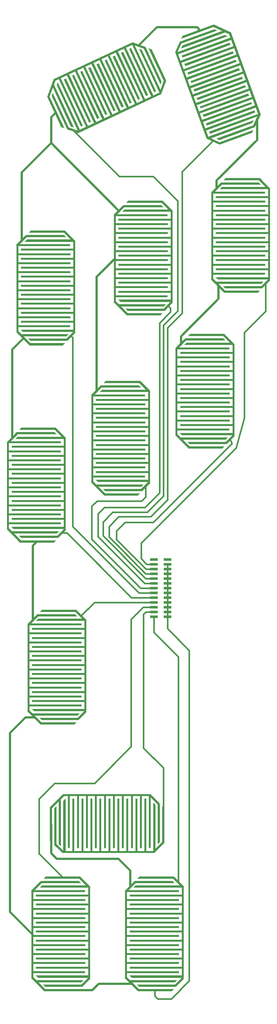
<source format=gbr>
G04 #@! TF.FileFunction,Copper,L1,Top,Signal*
%FSLAX46Y46*%
G04 Gerber Fmt 4.6, Leading zero omitted, Abs format (unit mm)*
G04 Created by KiCad (PCBNEW 4.0.6) date 04/30/18 13:43:07*
%MOMM*%
%LPD*%
G01*
G04 APERTURE LIST*
%ADD10C,0.100000*%
%ADD11R,14.500000X0.600000*%
%ADD12R,0.600000X24.550000*%
%ADD13R,14.000000X0.600000*%
%ADD14R,0.600000X23.250000*%
%ADD15R,0.600000X14.500000*%
%ADD16R,24.550000X0.600000*%
%ADD17R,0.600000X14.000000*%
%ADD18R,23.250000X0.600000*%
%ADD19R,2.100000X0.750000*%
%ADD20C,0.450000*%
%ADD21C,0.600000*%
G04 APERTURE END LIST*
D10*
G36*
X87217527Y-65494224D02*
X96990331Y-61937214D01*
X96631727Y-62706242D01*
X87986555Y-65852827D01*
X87217527Y-65494224D01*
X87217527Y-65494224D01*
G37*
G36*
X84517294Y-63923002D02*
X97109176Y-59339932D01*
X96750572Y-60108960D01*
X85286322Y-64281606D01*
X84517294Y-63923002D01*
X84517294Y-63923002D01*
G37*
G36*
X83649461Y-61684840D02*
X97275004Y-56725548D01*
X97480217Y-57289364D01*
X83854674Y-62248656D01*
X83649461Y-61684840D01*
X83649461Y-61684840D01*
G37*
G36*
X90092581Y-36992003D02*
X76420053Y-41968396D01*
X76778657Y-41199369D01*
X89323553Y-36633400D01*
X90092581Y-36992003D01*
X90092581Y-36992003D01*
G37*
G36*
X80366067Y-52663791D02*
X93991610Y-47704499D01*
X94196823Y-48268315D01*
X80571280Y-53227607D01*
X80366067Y-52663791D01*
X80366067Y-52663791D01*
G37*
G36*
X81186916Y-54919054D02*
X94812459Y-49959762D01*
X95017672Y-50523578D01*
X81392129Y-55482870D01*
X81186916Y-54919054D01*
X81186916Y-54919054D01*
G37*
G36*
X82828612Y-59429578D02*
X96454155Y-54470286D01*
X96659368Y-55034102D01*
X83033825Y-59993394D01*
X82828612Y-59429578D01*
X82828612Y-59429578D01*
G37*
G36*
X82007764Y-57174316D02*
X95633307Y-52215024D01*
X95838520Y-52778840D01*
X82212977Y-57738132D01*
X82007764Y-57174316D01*
X82007764Y-57174316D01*
G37*
G36*
X78724371Y-48153267D02*
X92349914Y-43193975D01*
X92555127Y-43757791D01*
X78929584Y-48717083D01*
X78724371Y-48153267D01*
X78724371Y-48153267D01*
G37*
G36*
X79545219Y-50408529D02*
X93170762Y-45449237D01*
X93375975Y-46013053D01*
X79750432Y-50972345D01*
X79545219Y-50408529D01*
X79545219Y-50408529D01*
G37*
G36*
X77903522Y-45898004D02*
X91529065Y-40938712D01*
X91734278Y-41502528D01*
X78108735Y-46461820D01*
X77903522Y-45898004D01*
X77903522Y-45898004D01*
G37*
G36*
X77082674Y-43642742D02*
X90708217Y-38683450D01*
X90913430Y-39247266D01*
X77287887Y-44206558D01*
X77082674Y-43642742D01*
X77082674Y-43642742D01*
G37*
G36*
X87788485Y-65759891D02*
X84525777Y-64238465D01*
X84779347Y-63694681D01*
X88042055Y-65216107D01*
X87788485Y-65759891D01*
X87788485Y-65759891D01*
G37*
G36*
X85089746Y-64033900D02*
X84525930Y-64239112D01*
X76129336Y-41169658D01*
X76693152Y-40964446D01*
X85089746Y-64033900D01*
X85089746Y-64033900D01*
G37*
G36*
X77868512Y-38859430D02*
X76672925Y-41423375D01*
X76129140Y-41169804D01*
X77324727Y-38605859D01*
X77868512Y-38859430D01*
X77868512Y-38859430D01*
G37*
G36*
X87392347Y-35420782D02*
X77055729Y-39183004D01*
X77414332Y-38413976D01*
X86623320Y-35062179D01*
X87392347Y-35420782D01*
X87392347Y-35420782D01*
G37*
G36*
X85234502Y-62384946D02*
X98390198Y-57596664D01*
X98595410Y-58160480D01*
X85439714Y-62948762D01*
X85234502Y-62384946D01*
X85234502Y-62384946D01*
G37*
G36*
X82724971Y-55636260D02*
X96350514Y-50676968D01*
X96555727Y-51240784D01*
X82930184Y-56200076D01*
X82724971Y-55636260D01*
X82724971Y-55636260D01*
G37*
G36*
X83545819Y-57891523D02*
X97171362Y-52932231D01*
X97376575Y-53496047D01*
X83751032Y-58455339D01*
X83545819Y-57891523D01*
X83545819Y-57891523D01*
G37*
G36*
X84366668Y-60146785D02*
X97992211Y-55187493D01*
X98197424Y-55751309D01*
X84571881Y-60710601D01*
X84366668Y-60146785D01*
X84366668Y-60146785D01*
G37*
G36*
X81904123Y-53380998D02*
X95529666Y-48421706D01*
X95734879Y-48985522D01*
X82109336Y-53944814D01*
X81904123Y-53380998D01*
X81904123Y-53380998D01*
G37*
G36*
X81083274Y-51125736D02*
X94708817Y-46166444D01*
X94914030Y-46730260D01*
X81288487Y-51689552D01*
X81083274Y-51125736D01*
X81083274Y-51125736D01*
G37*
G36*
X80262426Y-48870474D02*
X93887969Y-43911182D01*
X94093182Y-44474998D01*
X80467639Y-49434290D01*
X80262426Y-48870474D01*
X80262426Y-48870474D01*
G37*
G36*
X79441578Y-46615211D02*
X93067121Y-41655919D01*
X93272334Y-42219735D01*
X79646791Y-47179027D01*
X79441578Y-46615211D01*
X79441578Y-46615211D01*
G37*
G36*
X78620729Y-44359949D02*
X92246272Y-39400657D01*
X92451485Y-39964473D01*
X78825942Y-44923765D01*
X78620729Y-44359949D01*
X78620729Y-44359949D01*
G37*
G36*
X91207774Y-37863120D02*
X78052078Y-42651402D01*
X77846866Y-42087586D01*
X91002562Y-37299304D01*
X91207774Y-37863120D01*
X91207774Y-37863120D01*
G37*
G36*
X89541204Y-35915676D02*
X77701077Y-40225130D01*
X78059680Y-39456102D01*
X88772176Y-35557072D01*
X89541204Y-35915676D01*
X89541204Y-35915676D01*
G37*
G36*
X87112503Y-64255437D02*
X97778015Y-60373508D01*
X97419411Y-61142536D01*
X87881531Y-64614040D01*
X87112503Y-64255437D01*
X87112503Y-64255437D01*
G37*
G36*
X96985975Y-60651091D02*
X98422877Y-57569644D01*
X98966661Y-57823215D01*
X97529759Y-60904662D01*
X96985975Y-60651091D01*
X96985975Y-60651091D01*
G37*
G36*
X90457576Y-36167440D02*
X91021392Y-35962228D01*
X98973360Y-57810082D01*
X98409544Y-58015294D01*
X90457576Y-36167440D01*
X90457576Y-36167440D01*
G37*
G36*
X87235641Y-34200805D02*
X77744745Y-37655209D01*
X78103349Y-36886181D01*
X86466613Y-33842202D01*
X87235641Y-34200805D01*
X87235641Y-34200805D01*
G37*
G36*
X86496383Y-33852757D02*
X91027922Y-35965848D01*
X90774351Y-36509633D01*
X86242812Y-34396542D01*
X86496383Y-33852757D01*
X86496383Y-33852757D01*
G37*
G36*
X73469499Y-49603110D02*
X69074269Y-40177509D01*
X69871624Y-40467723D01*
X73759712Y-48805754D01*
X73469499Y-49603110D01*
X73469499Y-49603110D01*
G37*
G36*
X72139597Y-52430010D02*
X66476512Y-40285485D01*
X67273868Y-40575699D01*
X72429811Y-51632654D01*
X72139597Y-52430010D01*
X72139597Y-52430010D01*
G37*
G36*
X69985589Y-53489609D02*
X63857624Y-40348146D01*
X64401409Y-40094575D01*
X70529374Y-53236038D01*
X69985589Y-53489609D01*
X69985589Y-53489609D01*
G37*
G36*
X44825160Y-49223129D02*
X50974256Y-62409908D01*
X50176901Y-62119694D01*
X44534947Y-50020485D01*
X44825160Y-49223129D01*
X44825160Y-49223129D01*
G37*
G36*
X61285034Y-57546744D02*
X55157069Y-44405281D01*
X55700854Y-44151710D01*
X61828819Y-57293173D01*
X61285034Y-57546744D01*
X61285034Y-57546744D01*
G37*
G36*
X63460173Y-56532460D02*
X57332208Y-43390997D01*
X57875993Y-43137426D01*
X64003958Y-56278889D01*
X63460173Y-56532460D01*
X63460173Y-56532460D01*
G37*
G36*
X67810450Y-54503892D02*
X61682485Y-41362429D01*
X62226270Y-41108858D01*
X68354235Y-54250321D01*
X67810450Y-54503892D01*
X67810450Y-54503892D01*
G37*
G36*
X65635311Y-55518176D02*
X59507346Y-42376713D01*
X60051131Y-42123142D01*
X66179096Y-55264605D01*
X65635311Y-55518176D01*
X65635311Y-55518176D01*
G37*
G36*
X56934757Y-59575312D02*
X50806792Y-46433849D01*
X51350577Y-46180278D01*
X57478542Y-59321741D01*
X56934757Y-59575312D01*
X56934757Y-59575312D01*
G37*
G36*
X59109895Y-58561028D02*
X52981930Y-45419565D01*
X53525715Y-45165994D01*
X59653680Y-58307457D01*
X59109895Y-58561028D01*
X59109895Y-58561028D01*
G37*
G36*
X54759618Y-60589595D02*
X48631653Y-47448132D01*
X49175438Y-47194561D01*
X55303403Y-60336024D01*
X54759618Y-60589595D01*
X54759618Y-60589595D01*
G37*
G36*
X52584479Y-61603879D02*
X46456514Y-48462416D01*
X47000299Y-48208845D01*
X53128264Y-61350308D01*
X52584479Y-61603879D01*
X52584479Y-61603879D01*
G37*
G36*
X73684393Y-49011171D02*
X72453121Y-52394065D01*
X71889305Y-52188853D01*
X73120577Y-48805959D01*
X73684393Y-49011171D01*
X73684393Y-49011171D01*
G37*
G36*
X72200180Y-51850070D02*
X72453751Y-52393854D01*
X50203894Y-62769132D01*
X49950323Y-62225348D01*
X72200180Y-51850070D01*
X72200180Y-51850070D01*
G37*
G36*
X47750879Y-61237925D02*
X50409269Y-62205500D01*
X50204057Y-62769315D01*
X47545667Y-61801740D01*
X47750879Y-61237925D01*
X47750879Y-61237925D01*
G37*
G36*
X43495258Y-52050029D02*
X48144059Y-62019414D01*
X47346703Y-61729201D01*
X43205044Y-52847384D01*
X43495258Y-52050029D01*
X43495258Y-52050029D01*
G37*
G36*
X70544885Y-51849582D02*
X64628230Y-39161273D01*
X65172015Y-38907702D01*
X71088670Y-51596011D01*
X70544885Y-51849582D01*
X70544885Y-51849582D01*
G37*
G36*
X64040600Y-54937749D02*
X57912635Y-41796286D01*
X58456420Y-41542715D01*
X64584385Y-54684178D01*
X64040600Y-54937749D01*
X64040600Y-54937749D01*
G37*
G36*
X66215739Y-53923465D02*
X60087774Y-40782002D01*
X60631559Y-40528431D01*
X66759524Y-53669894D01*
X66215739Y-53923465D01*
X66215739Y-53923465D01*
G37*
G36*
X68390877Y-52909181D02*
X62262912Y-39767718D01*
X62806697Y-39514147D01*
X68934662Y-52655610D01*
X68390877Y-52909181D01*
X68390877Y-52909181D01*
G37*
G36*
X61865461Y-55952033D02*
X55737496Y-42810570D01*
X56281281Y-42556999D01*
X62409246Y-55698462D01*
X61865461Y-55952033D01*
X61865461Y-55952033D01*
G37*
G36*
X59690323Y-56966316D02*
X53562358Y-43824853D01*
X54106143Y-43571282D01*
X60234108Y-56712745D01*
X59690323Y-56966316D01*
X59690323Y-56966316D01*
G37*
G36*
X57515184Y-57980600D02*
X51387219Y-44839137D01*
X51931004Y-44585566D01*
X58058969Y-57727029D01*
X57515184Y-57980600D01*
X57515184Y-57980600D01*
G37*
G36*
X55340045Y-58994884D02*
X49212080Y-45853421D01*
X49755865Y-45599850D01*
X55883830Y-58741313D01*
X55340045Y-58994884D01*
X55340045Y-58994884D01*
G37*
G36*
X53164907Y-60009168D02*
X47036942Y-46867705D01*
X47580727Y-46614134D01*
X53708692Y-59755597D01*
X53164907Y-60009168D01*
X53164907Y-60009168D01*
G37*
G36*
X45595767Y-48036256D02*
X51512422Y-60724565D01*
X50968637Y-60978136D01*
X45051982Y-48289827D01*
X45595767Y-48036256D01*
X45595767Y-48036256D01*
G37*
G36*
X43800984Y-49866217D02*
X49125974Y-61285696D01*
X48328619Y-60995482D01*
X43510771Y-50663573D01*
X43800984Y-49866217D01*
X43800984Y-49866217D01*
G37*
G36*
X72244578Y-49815702D02*
X67447861Y-39529109D01*
X68245217Y-39819323D01*
X72534792Y-49018347D01*
X72244578Y-49815702D01*
X72244578Y-49815702D01*
G37*
G36*
X67793419Y-40293942D02*
X64598465Y-39131074D01*
X64803677Y-38567258D01*
X67998631Y-39730126D01*
X67793419Y-40293942D01*
X67793419Y-40293942D01*
G37*
G36*
X43971924Y-48931389D02*
X43718353Y-48387604D01*
X64790010Y-38561729D01*
X65043581Y-39105514D01*
X43971924Y-48931389D01*
X43971924Y-48931389D01*
G37*
G36*
X42293582Y-52312467D02*
X46562027Y-61466176D01*
X45764671Y-61175962D01*
X42003368Y-53109823D01*
X42293582Y-52312467D01*
X42293582Y-52312467D01*
G37*
G36*
X42011289Y-53079246D02*
X43721390Y-48380782D01*
X44285205Y-48585994D01*
X42575104Y-53284458D01*
X42011289Y-53079246D01*
X42011289Y-53079246D01*
G37*
G36*
X99400000Y-75300000D02*
X89000000Y-75300000D01*
X89600000Y-74700000D01*
X98800000Y-74700000D01*
X99400000Y-75300000D01*
X99400000Y-75300000D01*
G37*
G36*
X101400000Y-77700000D02*
X88000000Y-77700000D01*
X88600000Y-77100000D01*
X100800000Y-77100000D01*
X101400000Y-77700000D01*
X101400000Y-77700000D01*
G37*
D11*
X94200000Y-79800000D03*
D10*
G36*
X86950000Y-101100000D02*
X101500000Y-101100000D01*
X100900000Y-101700000D01*
X87550000Y-101700000D01*
X86950000Y-101100000D01*
X86950000Y-101100000D01*
G37*
D11*
X94200000Y-89400000D03*
X94200000Y-87000000D03*
X94200000Y-82200000D03*
X94200000Y-84600000D03*
X94200000Y-94200000D03*
X94200000Y-91800000D03*
X94200000Y-96600000D03*
X94200000Y-99000000D03*
D10*
G36*
X98954340Y-74855076D02*
X101499924Y-77400660D01*
X101075660Y-77824924D01*
X98530076Y-75279340D01*
X98954340Y-74855076D01*
X98954340Y-74855076D01*
G37*
D12*
X101200000Y-89675000D03*
D10*
G36*
X99075565Y-103526071D02*
X101075971Y-101525665D01*
X101500235Y-101949929D01*
X99499829Y-103950335D01*
X99075565Y-103526071D01*
X99075565Y-103526071D01*
G37*
G36*
X88950000Y-103500000D02*
X99950000Y-103500000D01*
X99350000Y-104100000D01*
X89550000Y-104100000D01*
X88950000Y-103500000D01*
X88950000Y-103500000D01*
G37*
D13*
X93200000Y-78600000D03*
D11*
X93000000Y-85800000D03*
X93000000Y-83400000D03*
X93000000Y-81000000D03*
X93000000Y-88200000D03*
X93000000Y-90600000D03*
X93000000Y-93000000D03*
X93000000Y-95400000D03*
X93000000Y-97800000D03*
D13*
X93200000Y-100200000D03*
D10*
G36*
X87100000Y-102300000D02*
X99700000Y-102300000D01*
X99100000Y-102900000D01*
X87700000Y-102900000D01*
X87100000Y-102300000D01*
X87100000Y-102300000D01*
G37*
G36*
X99075000Y-76500000D02*
X87725000Y-76500000D01*
X88325000Y-75900000D01*
X98475000Y-75900000D01*
X99075000Y-76500000D01*
X99075000Y-76500000D01*
G37*
G36*
X88564214Y-76510051D02*
X86160051Y-78914214D01*
X85735786Y-78489949D01*
X88139949Y-76085786D01*
X88564214Y-76510051D01*
X88564214Y-76510051D01*
G37*
D14*
X86025000Y-90125000D03*
D10*
G36*
X88680000Y-104700000D02*
X98780000Y-104700000D01*
X98180000Y-105300000D01*
X89280000Y-105300000D01*
X88680000Y-104700000D01*
X88680000Y-104700000D01*
G37*
G36*
X89255635Y-105279899D02*
X85720101Y-101744365D01*
X86144365Y-101320101D01*
X89679899Y-104855635D01*
X89255635Y-105279899D01*
X89255635Y-105279899D01*
G37*
G36*
X73400000Y-81300000D02*
X63000000Y-81300000D01*
X63600000Y-80700000D01*
X72800000Y-80700000D01*
X73400000Y-81300000D01*
X73400000Y-81300000D01*
G37*
G36*
X75400000Y-83700000D02*
X62000000Y-83700000D01*
X62600000Y-83100000D01*
X74800000Y-83100000D01*
X75400000Y-83700000D01*
X75400000Y-83700000D01*
G37*
D11*
X68200000Y-85800000D03*
D10*
G36*
X60950000Y-107100000D02*
X75500000Y-107100000D01*
X74900000Y-107700000D01*
X61550000Y-107700000D01*
X60950000Y-107100000D01*
X60950000Y-107100000D01*
G37*
D11*
X68200000Y-95400000D03*
X68200000Y-93000000D03*
X68200000Y-88200000D03*
X68200000Y-90600000D03*
X68200000Y-100200000D03*
X68200000Y-97800000D03*
X68200000Y-102600000D03*
X68200000Y-105000000D03*
D10*
G36*
X72954340Y-80855076D02*
X75499924Y-83400660D01*
X75075660Y-83824924D01*
X72530076Y-81279340D01*
X72954340Y-80855076D01*
X72954340Y-80855076D01*
G37*
D12*
X75200000Y-95675000D03*
D10*
G36*
X73075565Y-109526071D02*
X75075971Y-107525665D01*
X75500235Y-107949929D01*
X73499829Y-109950335D01*
X73075565Y-109526071D01*
X73075565Y-109526071D01*
G37*
G36*
X62950000Y-109500000D02*
X73950000Y-109500000D01*
X73350000Y-110100000D01*
X63550000Y-110100000D01*
X62950000Y-109500000D01*
X62950000Y-109500000D01*
G37*
D13*
X67200000Y-84600000D03*
D11*
X67000000Y-91800000D03*
X67000000Y-89400000D03*
X67000000Y-87000000D03*
X67000000Y-94200000D03*
X67000000Y-96600000D03*
X67000000Y-99000000D03*
X67000000Y-101400000D03*
X67000000Y-103800000D03*
D13*
X67200000Y-106200000D03*
D10*
G36*
X61100000Y-108300000D02*
X73700000Y-108300000D01*
X73100000Y-108900000D01*
X61700000Y-108900000D01*
X61100000Y-108300000D01*
X61100000Y-108300000D01*
G37*
G36*
X73075000Y-82500000D02*
X61725000Y-82500000D01*
X62325000Y-81900000D01*
X72475000Y-81900000D01*
X73075000Y-82500000D01*
X73075000Y-82500000D01*
G37*
G36*
X62564214Y-82510051D02*
X60160051Y-84914214D01*
X59735786Y-84489949D01*
X62139949Y-82085786D01*
X62564214Y-82510051D01*
X62564214Y-82510051D01*
G37*
D14*
X60025000Y-96125000D03*
D10*
G36*
X62680000Y-110700000D02*
X72780000Y-110700000D01*
X72180000Y-111300000D01*
X63280000Y-111300000D01*
X62680000Y-110700000D01*
X62680000Y-110700000D01*
G37*
G36*
X63255635Y-111279899D02*
X59720101Y-107744365D01*
X60144365Y-107320101D01*
X63679899Y-110855635D01*
X63255635Y-111279899D01*
X63255635Y-111279899D01*
G37*
G36*
X47400000Y-89300000D02*
X37000000Y-89300000D01*
X37600000Y-88700000D01*
X46800000Y-88700000D01*
X47400000Y-89300000D01*
X47400000Y-89300000D01*
G37*
G36*
X49400000Y-91700000D02*
X36000000Y-91700000D01*
X36600000Y-91100000D01*
X48800000Y-91100000D01*
X49400000Y-91700000D01*
X49400000Y-91700000D01*
G37*
D11*
X42200000Y-93800000D03*
D10*
G36*
X34950000Y-115100000D02*
X49500000Y-115100000D01*
X48900000Y-115700000D01*
X35550000Y-115700000D01*
X34950000Y-115100000D01*
X34950000Y-115100000D01*
G37*
D11*
X42200000Y-103400000D03*
X42200000Y-101000000D03*
X42200000Y-96200000D03*
X42200000Y-98600000D03*
X42200000Y-108200000D03*
X42200000Y-105800000D03*
X42200000Y-110600000D03*
X42200000Y-113000000D03*
D10*
G36*
X46954340Y-88855076D02*
X49499924Y-91400660D01*
X49075660Y-91824924D01*
X46530076Y-89279340D01*
X46954340Y-88855076D01*
X46954340Y-88855076D01*
G37*
D12*
X49200000Y-103675000D03*
D10*
G36*
X47075565Y-117526071D02*
X49075971Y-115525665D01*
X49500235Y-115949929D01*
X47499829Y-117950335D01*
X47075565Y-117526071D01*
X47075565Y-117526071D01*
G37*
G36*
X36950000Y-117500000D02*
X47950000Y-117500000D01*
X47350000Y-118100000D01*
X37550000Y-118100000D01*
X36950000Y-117500000D01*
X36950000Y-117500000D01*
G37*
D13*
X41200000Y-92600000D03*
D11*
X41000000Y-99800000D03*
X41000000Y-97400000D03*
X41000000Y-95000000D03*
X41000000Y-102200000D03*
X41000000Y-104600000D03*
X41000000Y-107000000D03*
X41000000Y-109400000D03*
X41000000Y-111800000D03*
D13*
X41200000Y-114200000D03*
D10*
G36*
X35100000Y-116300000D02*
X47700000Y-116300000D01*
X47100000Y-116900000D01*
X35700000Y-116900000D01*
X35100000Y-116300000D01*
X35100000Y-116300000D01*
G37*
G36*
X47075000Y-90500000D02*
X35725000Y-90500000D01*
X36325000Y-89900000D01*
X46475000Y-89900000D01*
X47075000Y-90500000D01*
X47075000Y-90500000D01*
G37*
G36*
X36564214Y-90510051D02*
X34160051Y-92914214D01*
X33735786Y-92489949D01*
X36139949Y-90085786D01*
X36564214Y-90510051D01*
X36564214Y-90510051D01*
G37*
D14*
X34025000Y-104125000D03*
D10*
G36*
X36680000Y-118700000D02*
X46780000Y-118700000D01*
X46180000Y-119300000D01*
X37280000Y-119300000D01*
X36680000Y-118700000D01*
X36680000Y-118700000D01*
G37*
G36*
X37255635Y-119279899D02*
X33720101Y-115744365D01*
X34144365Y-115320101D01*
X37679899Y-118855635D01*
X37255635Y-119279899D01*
X37255635Y-119279899D01*
G37*
G36*
X89900000Y-116800000D02*
X79500000Y-116800000D01*
X80100000Y-116200000D01*
X89300000Y-116200000D01*
X89900000Y-116800000D01*
X89900000Y-116800000D01*
G37*
G36*
X91900000Y-119200000D02*
X78500000Y-119200000D01*
X79100000Y-118600000D01*
X91300000Y-118600000D01*
X91900000Y-119200000D01*
X91900000Y-119200000D01*
G37*
D11*
X84700000Y-121300000D03*
D10*
G36*
X77450000Y-142600000D02*
X92000000Y-142600000D01*
X91400000Y-143200000D01*
X78050000Y-143200000D01*
X77450000Y-142600000D01*
X77450000Y-142600000D01*
G37*
D11*
X84700000Y-130900000D03*
X84700000Y-128500000D03*
X84700000Y-123700000D03*
X84700000Y-126100000D03*
X84700000Y-135700000D03*
X84700000Y-133300000D03*
X84700000Y-138100000D03*
X84700000Y-140500000D03*
D10*
G36*
X89454340Y-116355076D02*
X91999924Y-118900660D01*
X91575660Y-119324924D01*
X89030076Y-116779340D01*
X89454340Y-116355076D01*
X89454340Y-116355076D01*
G37*
D12*
X91700000Y-131175000D03*
D10*
G36*
X89575565Y-145026071D02*
X91575971Y-143025665D01*
X92000235Y-143449929D01*
X89999829Y-145450335D01*
X89575565Y-145026071D01*
X89575565Y-145026071D01*
G37*
G36*
X79450000Y-145000000D02*
X90450000Y-145000000D01*
X89850000Y-145600000D01*
X80050000Y-145600000D01*
X79450000Y-145000000D01*
X79450000Y-145000000D01*
G37*
D13*
X83700000Y-120100000D03*
D11*
X83500000Y-127300000D03*
X83500000Y-124900000D03*
X83500000Y-122500000D03*
X83500000Y-129700000D03*
X83500000Y-132100000D03*
X83500000Y-134500000D03*
X83500000Y-136900000D03*
X83500000Y-139300000D03*
D13*
X83700000Y-141700000D03*
D10*
G36*
X77600000Y-143800000D02*
X90200000Y-143800000D01*
X89600000Y-144400000D01*
X78200000Y-144400000D01*
X77600000Y-143800000D01*
X77600000Y-143800000D01*
G37*
G36*
X89575000Y-118000000D02*
X78225000Y-118000000D01*
X78825000Y-117400000D01*
X88975000Y-117400000D01*
X89575000Y-118000000D01*
X89575000Y-118000000D01*
G37*
G36*
X79064214Y-118010051D02*
X76660051Y-120414214D01*
X76235786Y-119989949D01*
X78639949Y-117585786D01*
X79064214Y-118010051D01*
X79064214Y-118010051D01*
G37*
D14*
X76525000Y-131625000D03*
D10*
G36*
X79180000Y-146200000D02*
X89280000Y-146200000D01*
X88680000Y-146800000D01*
X79780000Y-146800000D01*
X79180000Y-146200000D01*
X79180000Y-146200000D01*
G37*
G36*
X79755635Y-146779899D02*
X76220101Y-143244365D01*
X76644365Y-142820101D01*
X80179899Y-146355635D01*
X79755635Y-146779899D01*
X79755635Y-146779899D01*
G37*
G36*
X67400000Y-129300000D02*
X57000000Y-129300000D01*
X57600000Y-128700000D01*
X66800000Y-128700000D01*
X67400000Y-129300000D01*
X67400000Y-129300000D01*
G37*
G36*
X69400000Y-131700000D02*
X56000000Y-131700000D01*
X56600000Y-131100000D01*
X68800000Y-131100000D01*
X69400000Y-131700000D01*
X69400000Y-131700000D01*
G37*
D11*
X62200000Y-133800000D03*
D10*
G36*
X54950000Y-155100000D02*
X69500000Y-155100000D01*
X68900000Y-155700000D01*
X55550000Y-155700000D01*
X54950000Y-155100000D01*
X54950000Y-155100000D01*
G37*
D11*
X62200000Y-143400000D03*
X62200000Y-141000000D03*
X62200000Y-136200000D03*
X62200000Y-138600000D03*
X62200000Y-148200000D03*
X62200000Y-145800000D03*
X62200000Y-150600000D03*
X62200000Y-153000000D03*
D10*
G36*
X66954340Y-128855076D02*
X69499924Y-131400660D01*
X69075660Y-131824924D01*
X66530076Y-129279340D01*
X66954340Y-128855076D01*
X66954340Y-128855076D01*
G37*
D12*
X69200000Y-143675000D03*
D10*
G36*
X67075565Y-157526071D02*
X69075971Y-155525665D01*
X69500235Y-155949929D01*
X67499829Y-157950335D01*
X67075565Y-157526071D01*
X67075565Y-157526071D01*
G37*
G36*
X56950000Y-157500000D02*
X67950000Y-157500000D01*
X67350000Y-158100000D01*
X57550000Y-158100000D01*
X56950000Y-157500000D01*
X56950000Y-157500000D01*
G37*
D13*
X61200000Y-132600000D03*
D11*
X61000000Y-139800000D03*
X61000000Y-137400000D03*
X61000000Y-135000000D03*
X61000000Y-142200000D03*
X61000000Y-144600000D03*
X61000000Y-147000000D03*
X61000000Y-149400000D03*
X61000000Y-151800000D03*
D13*
X61200000Y-154200000D03*
D10*
G36*
X55100000Y-156300000D02*
X67700000Y-156300000D01*
X67100000Y-156900000D01*
X55700000Y-156900000D01*
X55100000Y-156300000D01*
X55100000Y-156300000D01*
G37*
G36*
X67075000Y-130500000D02*
X55725000Y-130500000D01*
X56325000Y-129900000D01*
X66475000Y-129900000D01*
X67075000Y-130500000D01*
X67075000Y-130500000D01*
G37*
G36*
X56564214Y-130510051D02*
X54160051Y-132914214D01*
X53735786Y-132489949D01*
X56139949Y-130085786D01*
X56564214Y-130510051D01*
X56564214Y-130510051D01*
G37*
D14*
X54025000Y-144125000D03*
D10*
G36*
X56680000Y-158700000D02*
X66780000Y-158700000D01*
X66180000Y-159300000D01*
X57280000Y-159300000D01*
X56680000Y-158700000D01*
X56680000Y-158700000D01*
G37*
G36*
X57255635Y-159279899D02*
X53720101Y-155744365D01*
X54144365Y-155320101D01*
X57679899Y-158855635D01*
X57255635Y-159279899D01*
X57255635Y-159279899D01*
G37*
G36*
X44900000Y-141800000D02*
X34500000Y-141800000D01*
X35100000Y-141200000D01*
X44300000Y-141200000D01*
X44900000Y-141800000D01*
X44900000Y-141800000D01*
G37*
G36*
X46900000Y-144200000D02*
X33500000Y-144200000D01*
X34100000Y-143600000D01*
X46300000Y-143600000D01*
X46900000Y-144200000D01*
X46900000Y-144200000D01*
G37*
D11*
X39700000Y-146300000D03*
D10*
G36*
X32450000Y-167600000D02*
X47000000Y-167600000D01*
X46400000Y-168200000D01*
X33050000Y-168200000D01*
X32450000Y-167600000D01*
X32450000Y-167600000D01*
G37*
D11*
X39700000Y-155900000D03*
X39700000Y-153500000D03*
X39700000Y-148700000D03*
X39700000Y-151100000D03*
X39700000Y-160700000D03*
X39700000Y-158300000D03*
X39700000Y-163100000D03*
X39700000Y-165500000D03*
D10*
G36*
X44454340Y-141355076D02*
X46999924Y-143900660D01*
X46575660Y-144324924D01*
X44030076Y-141779340D01*
X44454340Y-141355076D01*
X44454340Y-141355076D01*
G37*
D12*
X46700000Y-156175000D03*
D10*
G36*
X44575565Y-170026071D02*
X46575971Y-168025665D01*
X47000235Y-168449929D01*
X44999829Y-170450335D01*
X44575565Y-170026071D01*
X44575565Y-170026071D01*
G37*
G36*
X34450000Y-170000000D02*
X45450000Y-170000000D01*
X44850000Y-170600000D01*
X35050000Y-170600000D01*
X34450000Y-170000000D01*
X34450000Y-170000000D01*
G37*
D13*
X38700000Y-145100000D03*
D11*
X38500000Y-152300000D03*
X38500000Y-149900000D03*
X38500000Y-147500000D03*
X38500000Y-154700000D03*
X38500000Y-157100000D03*
X38500000Y-159500000D03*
X38500000Y-161900000D03*
X38500000Y-164300000D03*
D13*
X38700000Y-166700000D03*
D10*
G36*
X32600000Y-168800000D02*
X45200000Y-168800000D01*
X44600000Y-169400000D01*
X33200000Y-169400000D01*
X32600000Y-168800000D01*
X32600000Y-168800000D01*
G37*
G36*
X44575000Y-143000000D02*
X33225000Y-143000000D01*
X33825000Y-142400000D01*
X43975000Y-142400000D01*
X44575000Y-143000000D01*
X44575000Y-143000000D01*
G37*
G36*
X34064214Y-143010051D02*
X31660051Y-145414214D01*
X31235786Y-144989949D01*
X33639949Y-142585786D01*
X34064214Y-143010051D01*
X34064214Y-143010051D01*
G37*
D14*
X31525000Y-156625000D03*
D10*
G36*
X34180000Y-171200000D02*
X44280000Y-171200000D01*
X43680000Y-171800000D01*
X34780000Y-171800000D01*
X34180000Y-171200000D01*
X34180000Y-171200000D01*
G37*
G36*
X34755635Y-171779899D02*
X31220101Y-168244365D01*
X31644365Y-167820101D01*
X35179899Y-171355635D01*
X34755635Y-171779899D01*
X34755635Y-171779899D01*
G37*
G36*
X50400000Y-190300000D02*
X40000000Y-190300000D01*
X40600000Y-189700000D01*
X49800000Y-189700000D01*
X50400000Y-190300000D01*
X50400000Y-190300000D01*
G37*
G36*
X52400000Y-192700000D02*
X39000000Y-192700000D01*
X39600000Y-192100000D01*
X51800000Y-192100000D01*
X52400000Y-192700000D01*
X52400000Y-192700000D01*
G37*
D11*
X45200000Y-194800000D03*
D10*
G36*
X37950000Y-216100000D02*
X52500000Y-216100000D01*
X51900000Y-216700000D01*
X38550000Y-216700000D01*
X37950000Y-216100000D01*
X37950000Y-216100000D01*
G37*
D11*
X45200000Y-204400000D03*
X45200000Y-202000000D03*
X45200000Y-197200000D03*
X45200000Y-199600000D03*
X45200000Y-209200000D03*
X45200000Y-206800000D03*
X45200000Y-211600000D03*
X45200000Y-214000000D03*
D10*
G36*
X49954340Y-189855076D02*
X52499924Y-192400660D01*
X52075660Y-192824924D01*
X49530076Y-190279340D01*
X49954340Y-189855076D01*
X49954340Y-189855076D01*
G37*
D12*
X52200000Y-204675000D03*
D10*
G36*
X50075565Y-218526071D02*
X52075971Y-216525665D01*
X52500235Y-216949929D01*
X50499829Y-218950335D01*
X50075565Y-218526071D01*
X50075565Y-218526071D01*
G37*
G36*
X39950000Y-218500000D02*
X50950000Y-218500000D01*
X50350000Y-219100000D01*
X40550000Y-219100000D01*
X39950000Y-218500000D01*
X39950000Y-218500000D01*
G37*
D13*
X44200000Y-193600000D03*
D11*
X44000000Y-200800000D03*
X44000000Y-198400000D03*
X44000000Y-196000000D03*
X44000000Y-203200000D03*
X44000000Y-205600000D03*
X44000000Y-208000000D03*
X44000000Y-210400000D03*
X44000000Y-212800000D03*
D13*
X44200000Y-215200000D03*
D10*
G36*
X38100000Y-217300000D02*
X50700000Y-217300000D01*
X50100000Y-217900000D01*
X38700000Y-217900000D01*
X38100000Y-217300000D01*
X38100000Y-217300000D01*
G37*
G36*
X50075000Y-191500000D02*
X38725000Y-191500000D01*
X39325000Y-190900000D01*
X49475000Y-190900000D01*
X50075000Y-191500000D01*
X50075000Y-191500000D01*
G37*
G36*
X39564214Y-191510051D02*
X37160051Y-193914214D01*
X36735786Y-193489949D01*
X39139949Y-191085786D01*
X39564214Y-191510051D01*
X39564214Y-191510051D01*
G37*
D14*
X37025000Y-205125000D03*
D10*
G36*
X39680000Y-219700000D02*
X49780000Y-219700000D01*
X49180000Y-220300000D01*
X40280000Y-220300000D01*
X39680000Y-219700000D01*
X39680000Y-219700000D01*
G37*
G36*
X40255635Y-220279899D02*
X36720101Y-216744365D01*
X37144365Y-216320101D01*
X40679899Y-219855635D01*
X40255635Y-220279899D01*
X40255635Y-220279899D01*
G37*
G36*
X72700000Y-252400000D02*
X72700000Y-242000000D01*
X73300000Y-242600000D01*
X73300000Y-251800000D01*
X72700000Y-252400000D01*
X72700000Y-252400000D01*
G37*
G36*
X70300000Y-254400000D02*
X70300000Y-241000000D01*
X70900000Y-241600000D01*
X70900000Y-253800000D01*
X70300000Y-254400000D01*
X70300000Y-254400000D01*
G37*
D15*
X68200000Y-247200000D03*
D10*
G36*
X46900000Y-239950000D02*
X46900000Y-254500000D01*
X46300000Y-253900000D01*
X46300000Y-240550000D01*
X46900000Y-239950000D01*
X46900000Y-239950000D01*
G37*
D15*
X58600000Y-247200000D03*
X61000000Y-247200000D03*
X65800000Y-247200000D03*
X63400000Y-247200000D03*
X53800000Y-247200000D03*
X56200000Y-247200000D03*
X51400000Y-247200000D03*
X49000000Y-247200000D03*
D10*
G36*
X73144924Y-251954340D02*
X70599340Y-254499924D01*
X70175076Y-254075660D01*
X72720660Y-251530076D01*
X73144924Y-251954340D01*
X73144924Y-251954340D01*
G37*
D16*
X58325000Y-254200000D03*
D10*
G36*
X44473929Y-252075565D02*
X46474335Y-254075971D01*
X46050071Y-254500235D01*
X44049665Y-252499829D01*
X44473929Y-252075565D01*
X44473929Y-252075565D01*
G37*
G36*
X44500000Y-241950000D02*
X44500000Y-252950000D01*
X43900000Y-252350000D01*
X43900000Y-242550000D01*
X44500000Y-241950000D01*
X44500000Y-241950000D01*
G37*
D17*
X69400000Y-246200000D03*
D15*
X62200000Y-246000000D03*
X64600000Y-246000000D03*
X67000000Y-246000000D03*
X59800000Y-246000000D03*
X57400000Y-246000000D03*
X55000000Y-246000000D03*
X52600000Y-246000000D03*
X50200000Y-246000000D03*
D17*
X47800000Y-246200000D03*
D10*
G36*
X45700000Y-240100000D02*
X45700000Y-252700000D01*
X45100000Y-252100000D01*
X45100000Y-240700000D01*
X45700000Y-240100000D01*
X45700000Y-240100000D01*
G37*
G36*
X71500000Y-252075000D02*
X71500000Y-240725000D01*
X72100000Y-241325000D01*
X72100000Y-251475000D01*
X71500000Y-252075000D01*
X71500000Y-252075000D01*
G37*
G36*
X71489949Y-241564214D02*
X69085786Y-239160051D01*
X69510051Y-238735786D01*
X71914214Y-241139949D01*
X71489949Y-241564214D01*
X71489949Y-241564214D01*
G37*
D18*
X57875000Y-239025000D03*
D10*
G36*
X43300000Y-241680000D02*
X43300000Y-251780000D01*
X42700000Y-251180000D01*
X42700000Y-242280000D01*
X43300000Y-241680000D01*
X43300000Y-241680000D01*
G37*
G36*
X42720101Y-242255635D02*
X46255635Y-238720101D01*
X46679899Y-239144365D01*
X43144365Y-242679899D01*
X42720101Y-242255635D01*
X42720101Y-242255635D01*
G37*
G36*
X51400000Y-261300000D02*
X41000000Y-261300000D01*
X41600000Y-260700000D01*
X50800000Y-260700000D01*
X51400000Y-261300000D01*
X51400000Y-261300000D01*
G37*
G36*
X53400000Y-263700000D02*
X40000000Y-263700000D01*
X40600000Y-263100000D01*
X52800000Y-263100000D01*
X53400000Y-263700000D01*
X53400000Y-263700000D01*
G37*
D11*
X46200000Y-265800000D03*
D10*
G36*
X38950000Y-287100000D02*
X53500000Y-287100000D01*
X52900000Y-287700000D01*
X39550000Y-287700000D01*
X38950000Y-287100000D01*
X38950000Y-287100000D01*
G37*
D11*
X46200000Y-275400000D03*
X46200000Y-273000000D03*
X46200000Y-268200000D03*
X46200000Y-270600000D03*
X46200000Y-280200000D03*
X46200000Y-277800000D03*
X46200000Y-282600000D03*
X46200000Y-285000000D03*
D10*
G36*
X50954340Y-260855076D02*
X53499924Y-263400660D01*
X53075660Y-263824924D01*
X50530076Y-261279340D01*
X50954340Y-260855076D01*
X50954340Y-260855076D01*
G37*
D12*
X53200000Y-275675000D03*
D10*
G36*
X51075565Y-289526071D02*
X53075971Y-287525665D01*
X53500235Y-287949929D01*
X51499829Y-289950335D01*
X51075565Y-289526071D01*
X51075565Y-289526071D01*
G37*
G36*
X40950000Y-289500000D02*
X51950000Y-289500000D01*
X51350000Y-290100000D01*
X41550000Y-290100000D01*
X40950000Y-289500000D01*
X40950000Y-289500000D01*
G37*
D13*
X45200000Y-264600000D03*
D11*
X45000000Y-271800000D03*
X45000000Y-269400000D03*
X45000000Y-267000000D03*
X45000000Y-274200000D03*
X45000000Y-276600000D03*
X45000000Y-279000000D03*
X45000000Y-281400000D03*
X45000000Y-283800000D03*
D13*
X45200000Y-286200000D03*
D10*
G36*
X39100000Y-288300000D02*
X51700000Y-288300000D01*
X51100000Y-288900000D01*
X39700000Y-288900000D01*
X39100000Y-288300000D01*
X39100000Y-288300000D01*
G37*
G36*
X51075000Y-262500000D02*
X39725000Y-262500000D01*
X40325000Y-261900000D01*
X50475000Y-261900000D01*
X51075000Y-262500000D01*
X51075000Y-262500000D01*
G37*
G36*
X40564214Y-262510051D02*
X38160051Y-264914214D01*
X37735786Y-264489949D01*
X40139949Y-262085786D01*
X40564214Y-262510051D01*
X40564214Y-262510051D01*
G37*
D14*
X38025000Y-276125000D03*
D10*
G36*
X40680000Y-290700000D02*
X50780000Y-290700000D01*
X50180000Y-291300000D01*
X41280000Y-291300000D01*
X40680000Y-290700000D01*
X40680000Y-290700000D01*
G37*
G36*
X41255635Y-291279899D02*
X37720101Y-287744365D01*
X38144365Y-287320101D01*
X41679899Y-290855635D01*
X41255635Y-291279899D01*
X41255635Y-291279899D01*
G37*
G36*
X76400000Y-261300000D02*
X66000000Y-261300000D01*
X66600000Y-260700000D01*
X75800000Y-260700000D01*
X76400000Y-261300000D01*
X76400000Y-261300000D01*
G37*
G36*
X78400000Y-263700000D02*
X65000000Y-263700000D01*
X65600000Y-263100000D01*
X77800000Y-263100000D01*
X78400000Y-263700000D01*
X78400000Y-263700000D01*
G37*
D11*
X71200000Y-265800000D03*
D10*
G36*
X63950000Y-287100000D02*
X78500000Y-287100000D01*
X77900000Y-287700000D01*
X64550000Y-287700000D01*
X63950000Y-287100000D01*
X63950000Y-287100000D01*
G37*
D11*
X71200000Y-275400000D03*
X71200000Y-273000000D03*
X71200000Y-268200000D03*
X71200000Y-270600000D03*
X71200000Y-280200000D03*
X71200000Y-277800000D03*
X71200000Y-282600000D03*
X71200000Y-285000000D03*
D10*
G36*
X75954340Y-260855076D02*
X78499924Y-263400660D01*
X78075660Y-263824924D01*
X75530076Y-261279340D01*
X75954340Y-260855076D01*
X75954340Y-260855076D01*
G37*
D12*
X78200000Y-275675000D03*
D10*
G36*
X76075565Y-289526071D02*
X78075971Y-287525665D01*
X78500235Y-287949929D01*
X76499829Y-289950335D01*
X76075565Y-289526071D01*
X76075565Y-289526071D01*
G37*
G36*
X65950000Y-289500000D02*
X76950000Y-289500000D01*
X76350000Y-290100000D01*
X66550000Y-290100000D01*
X65950000Y-289500000D01*
X65950000Y-289500000D01*
G37*
D13*
X70200000Y-264600000D03*
D11*
X70000000Y-271800000D03*
X70000000Y-269400000D03*
X70000000Y-267000000D03*
X70000000Y-274200000D03*
X70000000Y-276600000D03*
X70000000Y-279000000D03*
X70000000Y-281400000D03*
X70000000Y-283800000D03*
D13*
X70200000Y-286200000D03*
D10*
G36*
X64100000Y-288300000D02*
X76700000Y-288300000D01*
X76100000Y-288900000D01*
X64700000Y-288900000D01*
X64100000Y-288300000D01*
X64100000Y-288300000D01*
G37*
G36*
X76075000Y-262500000D02*
X64725000Y-262500000D01*
X65325000Y-261900000D01*
X75475000Y-261900000D01*
X76075000Y-262500000D01*
X76075000Y-262500000D01*
G37*
G36*
X65564214Y-262510051D02*
X63160051Y-264914214D01*
X62735786Y-264489949D01*
X65139949Y-262085786D01*
X65564214Y-262510051D01*
X65564214Y-262510051D01*
G37*
D14*
X63025000Y-276125000D03*
D10*
G36*
X65680000Y-290700000D02*
X75780000Y-290700000D01*
X75180000Y-291300000D01*
X66280000Y-291300000D01*
X65680000Y-290700000D01*
X65680000Y-290700000D01*
G37*
G36*
X66255635Y-291279899D02*
X62720101Y-287744365D01*
X63144365Y-287320101D01*
X66679899Y-290855635D01*
X66255635Y-291279899D01*
X66255635Y-291279899D01*
G37*
D19*
X70500000Y-191520000D03*
X74100000Y-191520000D03*
X70500000Y-190250000D03*
X74100000Y-190250000D03*
X70500000Y-188980000D03*
X74100000Y-188980000D03*
X70500000Y-187710000D03*
X74100000Y-187710000D03*
X70500000Y-186440000D03*
X74100000Y-186440000D03*
X70500000Y-185170000D03*
X74100000Y-185170000D03*
X70500000Y-183900000D03*
X74100000Y-183900000D03*
X70500000Y-182630000D03*
X74100000Y-182630000D03*
X70500000Y-181360000D03*
X74100000Y-181360000D03*
X70500000Y-180090000D03*
X74100000Y-180090000D03*
X70500000Y-178820000D03*
X74100000Y-178820000D03*
X70500000Y-177550000D03*
X74100000Y-177550000D03*
X70500000Y-176280000D03*
X74100000Y-176280000D03*
D20*
X70500000Y-183900000D02*
X66900000Y-183900000D01*
X68287900Y-159612100D02*
X68287900Y-156738000D01*
X67200000Y-160700000D02*
X68287900Y-159612100D01*
X55300000Y-160700000D02*
X67200000Y-160700000D01*
X53900000Y-162100000D02*
X55300000Y-160700000D01*
X53900000Y-170900000D02*
X53900000Y-162100000D01*
X66900000Y-183900000D02*
X53900000Y-170900000D01*
X77015000Y-262340000D02*
X77015000Y-202215000D01*
X70500000Y-195700000D02*
X70500000Y-191520000D01*
X77015000Y-202215000D02*
X70500000Y-195700000D01*
X70500000Y-190250000D02*
X68350000Y-190250000D01*
X73000000Y-231800000D02*
X73000000Y-247200000D01*
X67700000Y-226500000D02*
X73000000Y-231800000D01*
X67700000Y-190900000D02*
X67700000Y-226500000D01*
X68350000Y-190250000D02*
X67700000Y-190900000D01*
X70500000Y-188980000D02*
X67620000Y-188980000D01*
X39800000Y-254600000D02*
X46200000Y-261000000D01*
X39800000Y-240100000D02*
X39800000Y-254600000D01*
X44000000Y-235900000D02*
X39800000Y-240100000D01*
X54600000Y-235900000D02*
X44000000Y-235900000D01*
X64400000Y-226100000D02*
X54600000Y-235900000D01*
X64400000Y-192200000D02*
X64400000Y-226100000D01*
X67620000Y-188980000D02*
X64400000Y-192200000D01*
X70500000Y-187710000D02*
X54645000Y-187710000D01*
X54645000Y-187710000D02*
X51015000Y-191340000D01*
X70500000Y-186440000D02*
X64440000Y-186440000D01*
X47238000Y-169238000D02*
X45787900Y-169238000D01*
X64440000Y-186440000D02*
X47238000Y-169238000D01*
X74100000Y-178820000D02*
X74100000Y-177550000D01*
X74100000Y-178820000D02*
X74100000Y-180090000D01*
X74100000Y-182630000D02*
X74100000Y-181360000D01*
X74100000Y-180090000D02*
X74100000Y-181360000D01*
X74100000Y-182630000D02*
X74100000Y-183900000D01*
X74100000Y-183900000D02*
X74100000Y-185170000D01*
X74100000Y-186440000D02*
X74100000Y-185170000D01*
X74100000Y-186440000D02*
X74100000Y-187710000D01*
X74100000Y-188980000D02*
X74100000Y-187710000D01*
X74100000Y-188980000D02*
X74100000Y-190250000D01*
X74100000Y-191520000D02*
X74100000Y-190250000D01*
X70730000Y-291000000D02*
X70730000Y-292530000D01*
X74100000Y-194700000D02*
X74100000Y-191520000D01*
X79900000Y-200500000D02*
X74100000Y-194700000D01*
X79900000Y-288500000D02*
X79900000Y-200500000D01*
X75100000Y-293300000D02*
X79900000Y-288500000D01*
X71500000Y-293300000D02*
X75100000Y-293300000D01*
X70730000Y-292530000D02*
X71500000Y-293300000D01*
D21*
X55150000Y-131500000D02*
X55150000Y-101000000D01*
X55150000Y-101000000D02*
X60025000Y-96125000D01*
X64150000Y-263500000D02*
X64150000Y-259150000D01*
X43000000Y-254500000D02*
X43000000Y-246730000D01*
X44500000Y-256000000D02*
X43000000Y-254500000D01*
X61000000Y-256000000D02*
X44500000Y-256000000D01*
X64150000Y-259150000D02*
X61000000Y-256000000D01*
X45730000Y-291000000D02*
X54000000Y-291000000D01*
X55700000Y-289300000D02*
X64700000Y-289300000D01*
X54000000Y-291000000D02*
X55700000Y-289300000D01*
X38700000Y-218300000D02*
X36200000Y-218300000D01*
X32000000Y-270100000D02*
X38025000Y-276125000D01*
X32000000Y-222500000D02*
X32000000Y-270100000D01*
X36200000Y-218300000D02*
X32000000Y-222500000D01*
X38150000Y-192500000D02*
X38150000Y-172580000D01*
X38150000Y-172580000D02*
X39230000Y-171500000D01*
X32650000Y-144000000D02*
X32650000Y-120350000D01*
X32650000Y-120350000D02*
X35700000Y-117300000D01*
X35150000Y-91500000D02*
X35150000Y-73200000D01*
X35150000Y-73200000D02*
X43000000Y-65350000D01*
X44155912Y-57016107D02*
X44155912Y-57344088D01*
X44155912Y-57344088D02*
X43000000Y-58500000D01*
X43000000Y-58500000D02*
X43000000Y-65350000D01*
X43000000Y-65350000D02*
X61150000Y-83500000D01*
X77650000Y-119000000D02*
X77650000Y-116850000D01*
X87700000Y-106800000D02*
X87700000Y-103300000D01*
X77650000Y-116850000D02*
X87700000Y-106800000D01*
X87150000Y-77500000D02*
X87150000Y-75350000D01*
X97976318Y-64523682D02*
X97976318Y-59237153D01*
X87150000Y-75350000D02*
X97976318Y-64523682D01*
X82387587Y-35646099D02*
X82387587Y-34887587D01*
X71229148Y-34500000D02*
X66298548Y-39430600D01*
X82000000Y-34500000D02*
X71229148Y-34500000D01*
X82387587Y-34887587D02*
X82000000Y-34500000D01*
D20*
X70500000Y-185170000D02*
X66470000Y-185170000D01*
X48800000Y-117250100D02*
X48287900Y-116738000D01*
X48800000Y-167500000D02*
X48800000Y-117250100D01*
X66470000Y-185170000D02*
X48800000Y-167500000D01*
X72000000Y-113800000D02*
X72000000Y-113300000D01*
X68030000Y-182630000D02*
X55600000Y-170200000D01*
X55600000Y-170200000D02*
X55600000Y-164100000D01*
X55600000Y-164100000D02*
X57300000Y-162400000D01*
X57300000Y-162400000D02*
X68100000Y-162400000D01*
X68100000Y-162400000D02*
X72000000Y-158500000D01*
X72000000Y-158500000D02*
X72000000Y-113800000D01*
X70500000Y-182630000D02*
X68030000Y-182630000D01*
X74900000Y-109350100D02*
X74287900Y-108738000D01*
X74900000Y-110400000D02*
X74900000Y-109350100D01*
X72000000Y-113300000D02*
X74900000Y-110400000D01*
X70500000Y-181360000D02*
X68260000Y-181360000D01*
X61273848Y-74300000D02*
X48977468Y-62003620D01*
X70300000Y-74300000D02*
X61273848Y-74300000D01*
X76800000Y-80800000D02*
X70300000Y-74300000D01*
X76800000Y-110100000D02*
X76800000Y-80800000D01*
X73000000Y-113900000D02*
X76800000Y-110100000D01*
X73000000Y-159400000D02*
X73000000Y-113900000D01*
X68700000Y-163700000D02*
X73000000Y-159400000D01*
X59500000Y-163700000D02*
X68700000Y-163700000D01*
X56900000Y-166300000D02*
X59500000Y-163700000D01*
X56900000Y-170000000D02*
X56900000Y-166300000D01*
X68260000Y-181360000D02*
X56900000Y-170000000D01*
X70500000Y-180090000D02*
X68290000Y-180090000D01*
X78000000Y-73011202D02*
X86283916Y-64727286D01*
X78000000Y-110700000D02*
X78000000Y-73011202D01*
X74100000Y-114600000D02*
X78000000Y-110700000D01*
X74100000Y-160400000D02*
X74100000Y-114600000D01*
X69600000Y-164900000D02*
X74100000Y-160400000D01*
X61100000Y-164900000D02*
X69600000Y-164900000D01*
X58500000Y-167500000D02*
X61100000Y-164900000D01*
X58500000Y-170300000D02*
X58500000Y-167500000D01*
X68290000Y-180090000D02*
X58500000Y-170300000D01*
X88600000Y-148100000D02*
X91300000Y-145400000D01*
X70300000Y-166400000D02*
X88600000Y-148100000D01*
X62800000Y-166400000D02*
X70300000Y-166400000D01*
X60500000Y-168700000D02*
X62800000Y-166400000D01*
X60500000Y-171000000D02*
X60500000Y-168700000D01*
X68320000Y-178820000D02*
X60500000Y-171000000D01*
X70500000Y-178820000D02*
X68320000Y-178820000D01*
X91300000Y-145400000D02*
X90787900Y-144238000D01*
X92400000Y-146600000D02*
X94600000Y-138600000D01*
X68550000Y-177550000D02*
X67100000Y-176100000D01*
X67100000Y-176100000D02*
X67100000Y-171900000D01*
X67100000Y-171900000D02*
X92400000Y-146600000D01*
X94600000Y-138600000D02*
X94600000Y-115900000D01*
X94600000Y-115900000D02*
X100287900Y-110212100D01*
X100287900Y-102738000D02*
X100287900Y-110212100D01*
X68550000Y-177550000D02*
X70500000Y-177550000D01*
M02*

</source>
